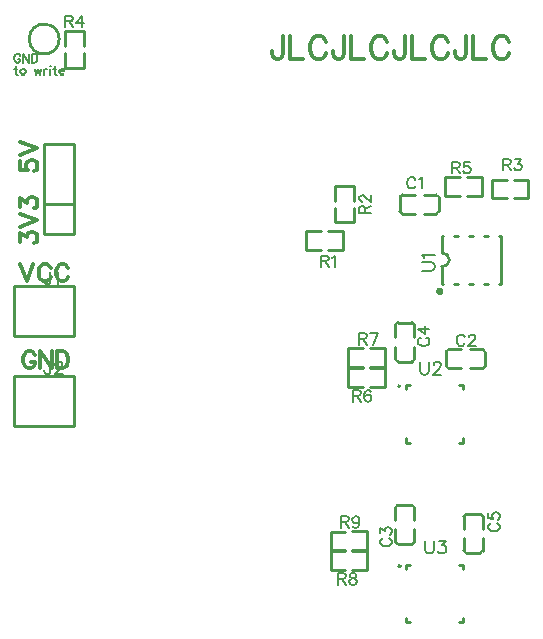
<source format=gto>
G04 Layer: TopSilkLayer*
G04 EasyEDA v6.3.22, 2020-01-25T23:38:18+00:00*
G04 9703bbce67ff49f59cf1a8212616356f,50f9dc15ed21485093dd89aa00421481,09*
G04 Gerber Generator version 0.2*
G04 Scale: 100 percent, Rotated: No, Reflected: No *
G04 Dimensions in inches *
G04 leading zeros omitted , absolute positions ,2 integer and 4 decimal *
%FSLAX24Y24*%
%MOIN*%
G90*
G70D02*

%ADD10C,0.010000*%
%ADD13C,0.006000*%
%ADD33C,0.011810*%
%ADD34C,0.005910*%

%LPD*%
G54D10*
G01X303Y14452D02*
G01X2296Y14452D01*
G01X2296Y14452D02*
G01X2296Y12760D01*
G01X303Y14452D02*
G01X303Y12760D01*
G01X303Y12760D02*
G01X2296Y12760D01*
G01X303Y11452D02*
G01X2296Y11452D01*
G01X2296Y11452D02*
G01X2296Y9760D01*
G01X303Y11452D02*
G01X303Y9760D01*
G01X303Y9760D02*
G01X2296Y9760D01*
G01X303Y14452D02*
G01X2296Y14452D01*
G01X2296Y14452D02*
G01X2296Y12760D01*
G01X303Y14452D02*
G01X303Y12760D01*
G01X303Y12760D02*
G01X2296Y12760D01*
G01X303Y11452D02*
G01X2296Y11452D01*
G01X2296Y11452D02*
G01X2296Y9760D01*
G01X303Y11452D02*
G01X303Y9760D01*
G01X303Y9760D02*
G01X2296Y9760D01*
G01X13350Y3227D02*
G01X13350Y3377D01*
G01X13500Y3227D02*
G01X13350Y3227D01*
G01X15269Y3227D02*
G01X15119Y3227D01*
G01X15269Y3377D02*
G01X15269Y3227D01*
G01X15269Y5147D02*
G01X15269Y4997D01*
G01X15119Y5147D02*
G01X15269Y5147D01*
G01X13350Y5147D02*
G01X13500Y5147D01*
G01X13350Y4997D02*
G01X13350Y5147D01*
G01X13340Y9217D02*
G01X13340Y9367D01*
G01X13490Y9217D02*
G01X13340Y9217D01*
G01X15260Y9217D02*
G01X15110Y9217D01*
G01X15260Y9367D02*
G01X15260Y9217D01*
G01X15260Y11137D02*
G01X15260Y10987D01*
G01X15110Y11137D02*
G01X15260Y11137D01*
G01X13340Y11137D02*
G01X13490Y11137D01*
G01X13340Y10987D02*
G01X13340Y11137D01*
G01X14449Y17401D02*
G01X14449Y16929D01*
G01X13642Y17480D02*
G01X13248Y17480D01*
G01X13642Y16850D02*
G01X13248Y16850D01*
G01X13957Y17480D02*
G01X14351Y17480D01*
G01X13957Y16850D02*
G01X14351Y16850D01*
G01X13150Y17401D02*
G01X13150Y16929D01*
G01X13229Y17480D02*
G01X13248Y17480D01*
G01X13229Y16850D02*
G01X13248Y16850D01*
G01X14370Y17480D02*
G01X14351Y17480D01*
G01X14370Y16850D02*
G01X14351Y16850D01*
G01X1995Y21715D02*
G01X2624Y21715D01*
G01X2622Y22443D02*
G01X2622Y22936D01*
G01X1993Y22443D02*
G01X1993Y22936D01*
G01X2624Y22207D02*
G01X2624Y21715D01*
G01X1995Y22207D02*
G01X1995Y21715D01*
G01X1993Y22936D02*
G01X2622Y22936D01*
G01X16215Y17984D02*
G01X16215Y17354D01*
G01X16943Y17356D02*
G01X17435Y17356D01*
G01X16943Y17986D02*
G01X17435Y17986D01*
G01X16707Y17354D02*
G01X16215Y17354D01*
G01X16707Y17984D02*
G01X16215Y17984D01*
G01X17435Y17986D02*
G01X17435Y17356D01*
G01X15880Y17432D02*
G01X15880Y18062D01*
G01X15151Y18060D02*
G01X14659Y18060D01*
G01X15151Y17430D02*
G01X14659Y17430D01*
G01X15388Y18062D02*
G01X15880Y18062D01*
G01X15388Y17432D02*
G01X15880Y17432D01*
G01X14659Y17430D02*
G01X14659Y18060D01*
G01X11250Y15640D02*
G01X11250Y16270D01*
G01X10521Y16268D02*
G01X10029Y16268D01*
G01X10521Y15638D02*
G01X10029Y15638D01*
G01X10758Y16270D02*
G01X11250Y16270D01*
G01X10758Y15640D02*
G01X11250Y15640D01*
G01X10029Y15638D02*
G01X10029Y16268D01*
G01X10985Y16555D02*
G01X11614Y16555D01*
G01X11612Y17283D02*
G01X11612Y17776D01*
G01X10983Y17283D02*
G01X10983Y17776D01*
G01X11614Y17047D02*
G01X11614Y16555D01*
G01X10985Y17047D02*
G01X10985Y16555D01*
G01X10983Y17776D02*
G01X11612Y17776D01*
G01X1300Y16165D02*
G01X1300Y17165D01*
G01X2300Y17165D01*
G01X2300Y16165D01*
G01X1300Y16165D01*
G01X1300Y17165D02*
G01X1300Y19165D01*
G01X2300Y19165D01*
G01X2300Y17165D01*
G01X13083Y13216D02*
G01X13556Y13216D01*
G01X13005Y12409D02*
G01X13005Y12016D01*
G01X13634Y12409D02*
G01X13634Y12016D01*
G01X13005Y12724D02*
G01X13005Y13118D01*
G01X13634Y12724D02*
G01X13634Y13118D01*
G01X13083Y11917D02*
G01X13556Y11917D01*
G01X13005Y11996D02*
G01X13005Y12016D01*
G01X13634Y11996D02*
G01X13634Y12016D01*
G01X13005Y13138D02*
G01X13005Y13118D01*
G01X13634Y13138D02*
G01X13634Y13118D01*
G01X15363Y6836D02*
G01X15836Y6836D01*
G01X15285Y6029D02*
G01X15285Y5636D01*
G01X15914Y6029D02*
G01X15914Y5636D01*
G01X15285Y6344D02*
G01X15285Y6738D01*
G01X15914Y6344D02*
G01X15914Y6738D01*
G01X15363Y5537D02*
G01X15836Y5537D01*
G01X15285Y5616D02*
G01X15285Y5636D01*
G01X15914Y5616D02*
G01X15914Y5636D01*
G01X15285Y6758D02*
G01X15285Y6738D01*
G01X15914Y6758D02*
G01X15914Y6738D01*
G01X12060Y4962D02*
G01X12060Y5592D01*
G01X11331Y5590D02*
G01X10839Y5590D01*
G01X11331Y4960D02*
G01X10839Y4960D01*
G01X11568Y5592D02*
G01X12060Y5592D01*
G01X11568Y4962D02*
G01X12060Y4962D01*
G01X10839Y4960D02*
G01X10839Y5590D01*
G01X10839Y6252D02*
G01X10839Y5622D01*
G01X11568Y5624D02*
G01X12060Y5624D01*
G01X11568Y6254D02*
G01X12060Y6254D01*
G01X11331Y5622D02*
G01X10839Y5622D01*
G01X11331Y6252D02*
G01X10839Y6252D01*
G01X12060Y6254D02*
G01X12060Y5624D01*
G01X11419Y11692D02*
G01X11419Y11062D01*
G01X12148Y11064D02*
G01X12640Y11064D01*
G01X12148Y11694D02*
G01X12640Y11694D01*
G01X11911Y11062D02*
G01X11419Y11062D01*
G01X11911Y11692D02*
G01X11419Y11692D01*
G01X12640Y11694D02*
G01X12640Y11064D01*
G01X12639Y11732D02*
G01X12639Y12362D01*
G01X11910Y12360D02*
G01X11418Y12360D01*
G01X11910Y11730D02*
G01X11418Y11730D01*
G01X12147Y12362D02*
G01X12639Y12362D01*
G01X12147Y11732D02*
G01X12639Y11732D01*
G01X11418Y11730D02*
G01X11418Y12360D01*
G01X14690Y11769D02*
G01X14690Y12241D01*
G01X15497Y11690D02*
G01X15891Y11690D01*
G01X15497Y12320D02*
G01X15891Y12320D01*
G01X15182Y11690D02*
G01X14788Y11690D01*
G01X15182Y12320D02*
G01X14788Y12320D01*
G01X15989Y11769D02*
G01X15989Y12241D01*
G01X15910Y11690D02*
G01X15891Y11690D01*
G01X15910Y12320D02*
G01X15891Y12320D01*
G01X14769Y11690D02*
G01X14788Y11690D01*
G01X14769Y12320D02*
G01X14788Y12320D01*
G01X13083Y7136D02*
G01X13556Y7136D01*
G01X13005Y6329D02*
G01X13005Y5936D01*
G01X13634Y6329D02*
G01X13634Y5936D01*
G01X13005Y6644D02*
G01X13005Y7038D01*
G01X13634Y6644D02*
G01X13634Y7038D01*
G01X13083Y5837D02*
G01X13556Y5837D01*
G01X13005Y5916D02*
G01X13005Y5936D01*
G01X13634Y5916D02*
G01X13634Y5936D01*
G01X13005Y7058D02*
G01X13005Y7038D01*
G01X13634Y7058D02*
G01X13634Y7038D01*
G01X14545Y14518D02*
G01X14602Y14518D01*
G01X14957Y14518D02*
G01X15102Y14518D01*
G01X14545Y16092D02*
G01X14602Y16092D01*
G01X14957Y16092D02*
G01X15102Y16092D01*
G01X15457Y16092D02*
G01X15602Y16092D01*
G01X15957Y16092D02*
G01X16102Y16092D01*
G01X14545Y15077D02*
G01X14545Y14518D01*
G01X15457Y14518D02*
G01X15602Y14518D01*
G01X15957Y14518D02*
G01X16102Y14518D01*
G01X16457Y14518D02*
G01X16514Y14518D01*
G01X14545Y16092D02*
G01X14545Y15541D01*
G01X16514Y16092D02*
G01X16514Y14518D01*
G01X16457Y16092D02*
G01X16514Y16092D01*
G54D33*
G01X9258Y22760D02*
G01X9258Y22187D01*
G01X9222Y22080D01*
G01X9186Y22044D01*
G01X9114Y22008D01*
G01X9043Y22008D01*
G01X8971Y22044D01*
G01X8935Y22080D01*
G01X8900Y22187D01*
G01X8900Y22258D01*
G01X9494Y22760D02*
G01X9494Y22008D01*
G01X9494Y22008D02*
G01X9923Y22008D01*
G01X10696Y22581D02*
G01X10661Y22652D01*
G01X10589Y22724D01*
G01X10517Y22760D01*
G01X10374Y22760D01*
G01X10303Y22724D01*
G01X10231Y22652D01*
G01X10195Y22581D01*
G01X10160Y22473D01*
G01X10160Y22294D01*
G01X10195Y22187D01*
G01X10231Y22115D01*
G01X10303Y22044D01*
G01X10374Y22008D01*
G01X10517Y22008D01*
G01X10589Y22044D01*
G01X10661Y22115D01*
G01X10696Y22187D01*
G01X11291Y22760D02*
G01X11291Y22187D01*
G01X11255Y22080D01*
G01X11219Y22044D01*
G01X11147Y22008D01*
G01X11076Y22008D01*
G01X11004Y22044D01*
G01X10968Y22080D01*
G01X10933Y22187D01*
G01X10933Y22258D01*
G01X11527Y22760D02*
G01X11527Y22008D01*
G01X11527Y22008D02*
G01X11956Y22008D01*
G01X12729Y22581D02*
G01X12694Y22652D01*
G01X12622Y22724D01*
G01X12550Y22760D01*
G01X12407Y22760D01*
G01X12336Y22724D01*
G01X12264Y22652D01*
G01X12228Y22581D01*
G01X12192Y22473D01*
G01X12192Y22294D01*
G01X12228Y22187D01*
G01X12264Y22115D01*
G01X12336Y22044D01*
G01X12407Y22008D01*
G01X12550Y22008D01*
G01X12622Y22044D01*
G01X12694Y22115D01*
G01X12729Y22187D01*
G01X13323Y22760D02*
G01X13323Y22187D01*
G01X13288Y22080D01*
G01X13252Y22044D01*
G01X13180Y22008D01*
G01X13109Y22008D01*
G01X13037Y22044D01*
G01X13001Y22080D01*
G01X12966Y22187D01*
G01X12966Y22258D01*
G01X13560Y22760D02*
G01X13560Y22008D01*
G01X13560Y22008D02*
G01X13989Y22008D01*
G01X14762Y22581D02*
G01X14726Y22652D01*
G01X14655Y22724D01*
G01X14583Y22760D01*
G01X14440Y22760D01*
G01X14369Y22724D01*
G01X14297Y22652D01*
G01X14261Y22581D01*
G01X14225Y22473D01*
G01X14225Y22294D01*
G01X14261Y22187D01*
G01X14297Y22115D01*
G01X14369Y22044D01*
G01X14440Y22008D01*
G01X14583Y22008D01*
G01X14655Y22044D01*
G01X14726Y22115D01*
G01X14762Y22187D01*
G01X15356Y22760D02*
G01X15356Y22187D01*
G01X15321Y22080D01*
G01X15285Y22044D01*
G01X15213Y22008D01*
G01X15142Y22008D01*
G01X15070Y22044D01*
G01X15034Y22080D01*
G01X14998Y22187D01*
G01X14998Y22258D01*
G01X15593Y22760D02*
G01X15593Y22008D01*
G01X15593Y22008D02*
G01X16022Y22008D01*
G01X16795Y22581D02*
G01X16759Y22652D01*
G01X16688Y22724D01*
G01X16616Y22760D01*
G01X16473Y22760D01*
G01X16401Y22724D01*
G01X16330Y22652D01*
G01X16294Y22581D01*
G01X16258Y22473D01*
G01X16258Y22294D01*
G01X16294Y22187D01*
G01X16330Y22115D01*
G01X16401Y22044D01*
G01X16473Y22008D01*
G01X16616Y22008D01*
G01X16688Y22044D01*
G01X16759Y22115D01*
G01X16795Y22187D01*
G01X989Y12131D02*
G01X961Y12184D01*
G01X909Y12238D01*
G01X855Y12265D01*
G01X748Y12265D01*
G01X694Y12238D01*
G01X640Y12184D01*
G01X613Y12131D01*
G01X587Y12050D01*
G01X587Y11916D01*
G01X613Y11836D01*
G01X640Y11782D01*
G01X694Y11728D01*
G01X748Y11701D01*
G01X855Y11701D01*
G01X909Y11728D01*
G01X961Y11782D01*
G01X989Y11836D01*
G01X989Y11916D01*
G01X855Y11916D02*
G01X989Y11916D01*
G01X1166Y12265D02*
G01X1166Y11701D01*
G01X1166Y12265D02*
G01X1542Y11701D01*
G01X1542Y12265D02*
G01X1542Y11701D01*
G01X1719Y12265D02*
G01X1719Y11701D01*
G01X1719Y12265D02*
G01X1907Y12265D01*
G01X1988Y12238D01*
G01X2041Y12184D01*
G01X2068Y12131D01*
G01X2095Y12050D01*
G01X2095Y11916D01*
G01X2068Y11836D01*
G01X2041Y11782D01*
G01X1988Y11728D01*
G01X1907Y11701D01*
G01X1719Y11701D01*
G01X500Y15161D02*
G01X714Y14597D01*
G01X929Y15161D02*
G01X714Y14597D01*
G01X1509Y15027D02*
G01X1482Y15080D01*
G01X1428Y15134D01*
G01X1375Y15161D01*
G01X1267Y15161D01*
G01X1214Y15134D01*
G01X1160Y15080D01*
G01X1133Y15027D01*
G01X1106Y14946D01*
G01X1106Y14812D01*
G01X1133Y14732D01*
G01X1160Y14678D01*
G01X1214Y14624D01*
G01X1267Y14597D01*
G01X1375Y14597D01*
G01X1428Y14624D01*
G01X1482Y14678D01*
G01X1509Y14732D01*
G01X2089Y15027D02*
G01X2062Y15080D01*
G01X2008Y15134D01*
G01X1954Y15161D01*
G01X1847Y15161D01*
G01X1793Y15134D01*
G01X1740Y15080D01*
G01X1713Y15027D01*
G01X1686Y14946D01*
G01X1686Y14812D01*
G01X1713Y14732D01*
G01X1740Y14678D01*
G01X1793Y14624D01*
G01X1847Y14597D01*
G01X1954Y14597D01*
G01X2008Y14624D01*
G01X2062Y14678D01*
G01X2089Y14732D01*
G01X504Y15919D02*
G01X504Y16214D01*
G01X718Y16053D01*
G01X718Y16134D01*
G01X745Y16187D01*
G01X772Y16214D01*
G01X853Y16241D01*
G01X906Y16241D01*
G01X987Y16214D01*
G01X1041Y16161D01*
G01X1067Y16080D01*
G01X1067Y16000D01*
G01X1041Y15919D01*
G01X1014Y15892D01*
G01X960Y15865D01*
G01X504Y16418D02*
G01X1067Y16633D01*
G01X504Y16848D02*
G01X1067Y16633D01*
G01X504Y17079D02*
G01X504Y17374D01*
G01X718Y17213D01*
G01X718Y17293D01*
G01X745Y17347D01*
G01X772Y17374D01*
G01X853Y17401D01*
G01X906Y17401D01*
G01X987Y17374D01*
G01X1041Y17320D01*
G01X1067Y17240D01*
G01X1067Y17159D01*
G01X1041Y17079D01*
G01X1014Y17052D01*
G01X960Y17025D01*
G01X504Y18587D02*
G01X504Y18319D01*
G01X745Y18292D01*
G01X718Y18319D01*
G01X691Y18400D01*
G01X691Y18480D01*
G01X718Y18561D01*
G01X772Y18614D01*
G01X852Y18641D01*
G01X906Y18641D01*
G01X987Y18614D01*
G01X1040Y18561D01*
G01X1067Y18480D01*
G01X1067Y18400D01*
G01X1040Y18319D01*
G01X1014Y18292D01*
G01X960Y18265D01*
G01X504Y18818D02*
G01X1067Y19033D01*
G01X504Y19248D02*
G01X1067Y19033D01*
G54D13*
G01X505Y22100D02*
G01X491Y22127D01*
G01X463Y22154D01*
G01X436Y22168D01*
G01X382Y22168D01*
G01X355Y22154D01*
G01X327Y22127D01*
G01X314Y22100D01*
G01X300Y22059D01*
G01X300Y21990D01*
G01X314Y21950D01*
G01X327Y21922D01*
G01X355Y21895D01*
G01X382Y21881D01*
G01X436Y21881D01*
G01X463Y21895D01*
G01X491Y21922D01*
G01X505Y21950D01*
G01X505Y21990D01*
G01X436Y21990D02*
G01X505Y21990D01*
G01X595Y22168D02*
G01X595Y21881D01*
G01X595Y22168D02*
G01X785Y21881D01*
G01X785Y22168D02*
G01X785Y21881D01*
G01X875Y22168D02*
G01X875Y21881D01*
G01X875Y22168D02*
G01X971Y22168D01*
G01X1011Y22154D01*
G01X1039Y22127D01*
G01X1053Y22100D01*
G01X1066Y22059D01*
G01X1066Y21990D01*
G01X1053Y21950D01*
G01X1039Y21922D01*
G01X1011Y21895D01*
G01X971Y21881D01*
G01X875Y21881D01*
G01X341Y21768D02*
G01X341Y21536D01*
G01X355Y21495D01*
G01X382Y21481D01*
G01X409Y21481D01*
G01X300Y21672D02*
G01X395Y21672D01*
G01X567Y21672D02*
G01X540Y21659D01*
G01X513Y21631D01*
G01X499Y21590D01*
G01X499Y21563D01*
G01X513Y21522D01*
G01X540Y21495D01*
G01X567Y21481D01*
G01X608Y21481D01*
G01X635Y21495D01*
G01X663Y21522D01*
G01X676Y21563D01*
G01X676Y21590D01*
G01X663Y21631D01*
G01X635Y21659D01*
G01X608Y21672D01*
G01X567Y21672D01*
G01X976Y21672D02*
G01X1031Y21481D01*
G01X1085Y21672D02*
G01X1031Y21481D01*
G01X1085Y21672D02*
G01X1140Y21481D01*
G01X1195Y21672D02*
G01X1140Y21481D01*
G01X1285Y21672D02*
G01X1285Y21481D01*
G01X1285Y21590D02*
G01X1298Y21631D01*
G01X1325Y21659D01*
G01X1353Y21672D01*
G01X1394Y21672D01*
G01X1484Y21768D02*
G01X1497Y21754D01*
G01X1511Y21768D01*
G01X1497Y21781D01*
G01X1484Y21768D01*
G01X1497Y21672D02*
G01X1497Y21481D01*
G01X1642Y21768D02*
G01X1642Y21536D01*
G01X1655Y21495D01*
G01X1682Y21481D01*
G01X1710Y21481D01*
G01X1601Y21672D02*
G01X1696Y21672D01*
G01X1800Y21590D02*
G01X1964Y21590D01*
G01X1964Y21618D01*
G01X1950Y21645D01*
G01X1936Y21659D01*
G01X1909Y21672D01*
G01X1868Y21672D01*
G01X1841Y21659D01*
G01X1814Y21631D01*
G01X1800Y21590D01*
G01X1800Y21563D01*
G01X1814Y21522D01*
G01X1841Y21495D01*
G01X1868Y21481D01*
G01X1909Y21481D01*
G01X1936Y21495D01*
G01X1964Y21522D01*
G01X1505Y14919D02*
G01X1505Y14592D01*
G01X1484Y14530D01*
G01X1464Y14510D01*
G01X1423Y14490D01*
G01X1382Y14490D01*
G01X1341Y14510D01*
G01X1320Y14530D01*
G01X1300Y14592D01*
G01X1300Y14633D01*
G01X1639Y14837D02*
G01X1680Y14858D01*
G01X1742Y14919D01*
G01X1742Y14490D01*
G01X1505Y11919D02*
G01X1505Y11592D01*
G01X1484Y11530D01*
G01X1464Y11510D01*
G01X1423Y11490D01*
G01X1382Y11490D01*
G01X1341Y11510D01*
G01X1320Y11530D01*
G01X1300Y11592D01*
G01X1300Y11633D01*
G01X1660Y11817D02*
G01X1660Y11837D01*
G01X1680Y11878D01*
G01X1701Y11899D01*
G01X1742Y11919D01*
G01X1823Y11919D01*
G01X1864Y11899D01*
G01X1885Y11878D01*
G01X1905Y11837D01*
G01X1905Y11796D01*
G01X1885Y11755D01*
G01X1844Y11694D01*
G01X1639Y11490D01*
G01X1926Y11490D01*
G01X13988Y5951D02*
G01X13988Y5644D01*
G01X14009Y5583D01*
G01X14050Y5542D01*
G01X14111Y5522D01*
G01X14152Y5522D01*
G01X14213Y5542D01*
G01X14254Y5583D01*
G01X14275Y5644D01*
G01X14275Y5951D01*
G01X14451Y5951D02*
G01X14676Y5951D01*
G01X14553Y5787D01*
G01X14613Y5787D01*
G01X14655Y5767D01*
G01X14676Y5747D01*
G01X14696Y5685D01*
G01X14696Y5644D01*
G01X14676Y5583D01*
G01X14635Y5542D01*
G01X14572Y5522D01*
G01X14512Y5522D01*
G01X14451Y5542D01*
G01X14430Y5562D01*
G01X14410Y5603D01*
G01X13830Y11909D02*
G01X13830Y11603D01*
G01X13850Y11541D01*
G01X13891Y11500D01*
G01X13953Y11480D01*
G01X13994Y11480D01*
G01X14055Y11500D01*
G01X14096Y11541D01*
G01X14116Y11603D01*
G01X14116Y11909D01*
G01X14272Y11807D02*
G01X14272Y11828D01*
G01X14291Y11869D01*
G01X14313Y11889D01*
G01X14354Y11909D01*
G01X14435Y11909D01*
G01X14476Y11889D01*
G01X14497Y11869D01*
G01X14516Y11828D01*
G01X14516Y11787D01*
G01X14497Y11746D01*
G01X14456Y11684D01*
G01X14251Y11480D01*
G01X14538Y11480D01*
G54D34*
G01X13668Y17973D02*
G01X13650Y18009D01*
G01X13614Y18044D01*
G01X13578Y18062D01*
G01X13507Y18062D01*
G01X13471Y18044D01*
G01X13435Y18009D01*
G01X13417Y17973D01*
G01X13399Y17919D01*
G01X13399Y17830D01*
G01X13417Y17776D01*
G01X13435Y17740D01*
G01X13471Y17704D01*
G01X13507Y17687D01*
G01X13578Y17687D01*
G01X13614Y17704D01*
G01X13650Y17740D01*
G01X13668Y17776D01*
G01X13786Y17991D02*
G01X13822Y18009D01*
G01X13875Y18062D01*
G01X13875Y17687D01*
G01X1999Y23440D02*
G01X1999Y23065D01*
G01X1999Y23440D02*
G01X2160Y23440D01*
G01X2214Y23422D01*
G01X2232Y23405D01*
G01X2250Y23369D01*
G01X2250Y23333D01*
G01X2232Y23297D01*
G01X2214Y23279D01*
G01X2160Y23261D01*
G01X1999Y23261D01*
G01X2125Y23261D02*
G01X2250Y23065D01*
G01X2547Y23440D02*
G01X2368Y23190D01*
G01X2636Y23190D01*
G01X2547Y23440D02*
G01X2547Y23065D01*
G01X16599Y18662D02*
G01X16599Y18287D01*
G01X16599Y18662D02*
G01X16760Y18662D01*
G01X16814Y18644D01*
G01X16832Y18627D01*
G01X16850Y18591D01*
G01X16850Y18555D01*
G01X16832Y18519D01*
G01X16814Y18501D01*
G01X16760Y18483D01*
G01X16599Y18483D01*
G01X16725Y18483D02*
G01X16850Y18287D01*
G01X17004Y18662D02*
G01X17201Y18662D01*
G01X17093Y18519D01*
G01X17147Y18519D01*
G01X17183Y18501D01*
G01X17201Y18483D01*
G01X17218Y18430D01*
G01X17218Y18394D01*
G01X17201Y18340D01*
G01X17165Y18304D01*
G01X17111Y18287D01*
G01X17057Y18287D01*
G01X17004Y18304D01*
G01X16986Y18322D01*
G01X16968Y18358D01*
G01X14899Y18562D02*
G01X14899Y18187D01*
G01X14899Y18562D02*
G01X15060Y18562D01*
G01X15114Y18544D01*
G01X15132Y18527D01*
G01X15150Y18491D01*
G01X15150Y18455D01*
G01X15132Y18419D01*
G01X15114Y18401D01*
G01X15060Y18383D01*
G01X14899Y18383D01*
G01X15025Y18383D02*
G01X15150Y18187D01*
G01X15483Y18562D02*
G01X15304Y18562D01*
G01X15286Y18401D01*
G01X15304Y18419D01*
G01X15357Y18437D01*
G01X15411Y18437D01*
G01X15465Y18419D01*
G01X15501Y18383D01*
G01X15518Y18330D01*
G01X15518Y18294D01*
G01X15501Y18240D01*
G01X15465Y18204D01*
G01X15411Y18187D01*
G01X15357Y18187D01*
G01X15304Y18204D01*
G01X15286Y18222D01*
G01X15268Y18258D01*
G01X10530Y15450D02*
G01X10530Y15074D01*
G01X10530Y15450D02*
G01X10691Y15450D01*
G01X10745Y15432D01*
G01X10763Y15414D01*
G01X10781Y15379D01*
G01X10781Y15343D01*
G01X10763Y15307D01*
G01X10745Y15289D01*
G01X10691Y15271D01*
G01X10530Y15271D01*
G01X10655Y15271D02*
G01X10781Y15074D01*
G01X10899Y15379D02*
G01X10934Y15397D01*
G01X10988Y15450D01*
G01X10988Y15074D01*
G01X11803Y16865D02*
G01X12179Y16865D01*
G01X11803Y16865D02*
G01X11803Y17026D01*
G01X11821Y17080D01*
G01X11839Y17098D01*
G01X11874Y17116D01*
G01X11910Y17116D01*
G01X11946Y17098D01*
G01X11964Y17080D01*
G01X11982Y17026D01*
G01X11982Y16865D01*
G01X11982Y16990D02*
G01X12179Y17116D01*
G01X11892Y17252D02*
G01X11874Y17252D01*
G01X11839Y17269D01*
G01X11821Y17287D01*
G01X11803Y17323D01*
G01X11803Y17395D01*
G01X11821Y17430D01*
G01X11839Y17448D01*
G01X11874Y17466D01*
G01X11910Y17466D01*
G01X11946Y17448D01*
G01X12000Y17413D01*
G01X12179Y17234D01*
G01X12179Y17484D01*
G01X13841Y12713D02*
G01X13806Y12696D01*
G01X13771Y12660D01*
G01X13753Y12624D01*
G01X13753Y12552D01*
G01X13771Y12517D01*
G01X13806Y12481D01*
G01X13841Y12463D01*
G01X13896Y12445D01*
G01X13985Y12445D01*
G01X14038Y12463D01*
G01X14075Y12481D01*
G01X14111Y12517D01*
G01X14129Y12552D01*
G01X14129Y12624D01*
G01X14111Y12660D01*
G01X14075Y12696D01*
G01X14038Y12713D01*
G01X13753Y13010D02*
G01X14003Y12832D01*
G01X14003Y13100D01*
G01X13753Y13010D02*
G01X14129Y13010D01*
G01X16192Y6534D02*
G01X16156Y6516D01*
G01X16121Y6480D01*
G01X16103Y6444D01*
G01X16103Y6373D01*
G01X16121Y6337D01*
G01X16156Y6301D01*
G01X16192Y6283D01*
G01X16246Y6265D01*
G01X16335Y6265D01*
G01X16389Y6283D01*
G01X16425Y6301D01*
G01X16461Y6337D01*
G01X16478Y6373D01*
G01X16478Y6444D01*
G01X16461Y6480D01*
G01X16425Y6516D01*
G01X16389Y6534D01*
G01X16103Y6866D02*
G01X16103Y6688D01*
G01X16264Y6670D01*
G01X16246Y6688D01*
G01X16228Y6741D01*
G01X16228Y6795D01*
G01X16246Y6849D01*
G01X16282Y6884D01*
G01X16335Y6902D01*
G01X16371Y6902D01*
G01X16425Y6884D01*
G01X16461Y6849D01*
G01X16478Y6795D01*
G01X16478Y6741D01*
G01X16461Y6688D01*
G01X16443Y6670D01*
G01X16407Y6652D01*
G01X11100Y4862D02*
G01X11100Y4486D01*
G01X11100Y4862D02*
G01X11261Y4862D01*
G01X11315Y4844D01*
G01X11333Y4826D01*
G01X11351Y4791D01*
G01X11351Y4755D01*
G01X11333Y4719D01*
G01X11315Y4701D01*
G01X11261Y4683D01*
G01X11100Y4683D01*
G01X11225Y4683D02*
G01X11351Y4486D01*
G01X11558Y4862D02*
G01X11504Y4844D01*
G01X11487Y4809D01*
G01X11487Y4773D01*
G01X11504Y4737D01*
G01X11540Y4719D01*
G01X11612Y4701D01*
G01X11665Y4683D01*
G01X11701Y4648D01*
G01X11719Y4612D01*
G01X11719Y4558D01*
G01X11701Y4522D01*
G01X11683Y4504D01*
G01X11630Y4486D01*
G01X11558Y4486D01*
G01X11504Y4504D01*
G01X11487Y4522D01*
G01X11469Y4558D01*
G01X11469Y4612D01*
G01X11487Y4648D01*
G01X11522Y4683D01*
G01X11576Y4701D01*
G01X11648Y4719D01*
G01X11683Y4737D01*
G01X11701Y4773D01*
G01X11701Y4809D01*
G01X11683Y4844D01*
G01X11630Y4862D01*
G01X11558Y4862D01*
G01X11200Y6762D02*
G01X11200Y6386D01*
G01X11200Y6762D02*
G01X11361Y6762D01*
G01X11415Y6744D01*
G01X11433Y6726D01*
G01X11451Y6691D01*
G01X11451Y6655D01*
G01X11433Y6619D01*
G01X11415Y6601D01*
G01X11361Y6583D01*
G01X11200Y6583D01*
G01X11325Y6583D02*
G01X11451Y6386D01*
G01X11801Y6637D02*
G01X11783Y6583D01*
G01X11748Y6548D01*
G01X11694Y6530D01*
G01X11676Y6530D01*
G01X11622Y6548D01*
G01X11587Y6583D01*
G01X11569Y6637D01*
G01X11569Y6655D01*
G01X11587Y6709D01*
G01X11622Y6744D01*
G01X11676Y6762D01*
G01X11694Y6762D01*
G01X11748Y6744D01*
G01X11783Y6709D01*
G01X11801Y6637D01*
G01X11801Y6548D01*
G01X11783Y6458D01*
G01X11748Y6404D01*
G01X11694Y6386D01*
G01X11658Y6386D01*
G01X11604Y6404D01*
G01X11587Y6440D01*
G01X11600Y10962D02*
G01X11600Y10586D01*
G01X11600Y10962D02*
G01X11761Y10962D01*
G01X11815Y10944D01*
G01X11833Y10926D01*
G01X11851Y10891D01*
G01X11851Y10855D01*
G01X11833Y10819D01*
G01X11815Y10801D01*
G01X11761Y10783D01*
G01X11600Y10783D01*
G01X11725Y10783D02*
G01X11851Y10586D01*
G01X12183Y10909D02*
G01X12165Y10944D01*
G01X12112Y10962D01*
G01X12076Y10962D01*
G01X12022Y10944D01*
G01X11987Y10891D01*
G01X11969Y10801D01*
G01X11969Y10712D01*
G01X11987Y10640D01*
G01X12022Y10604D01*
G01X12076Y10586D01*
G01X12094Y10586D01*
G01X12148Y10604D01*
G01X12183Y10640D01*
G01X12201Y10694D01*
G01X12201Y10712D01*
G01X12183Y10765D01*
G01X12148Y10801D01*
G01X12094Y10819D01*
G01X12076Y10819D01*
G01X12022Y10801D01*
G01X11987Y10765D01*
G01X11969Y10712D01*
G01X11800Y12862D02*
G01X11800Y12486D01*
G01X11800Y12862D02*
G01X11961Y12862D01*
G01X12015Y12844D01*
G01X12033Y12826D01*
G01X12051Y12791D01*
G01X12051Y12755D01*
G01X12033Y12719D01*
G01X12015Y12701D01*
G01X11961Y12683D01*
G01X11800Y12683D01*
G01X11925Y12683D02*
G01X12051Y12486D01*
G01X12419Y12862D02*
G01X12240Y12486D01*
G01X12169Y12862D02*
G01X12419Y12862D01*
G01X15308Y12721D02*
G01X15291Y12757D01*
G01X15255Y12792D01*
G01X15219Y12810D01*
G01X15147Y12810D01*
G01X15112Y12792D01*
G01X15076Y12757D01*
G01X15058Y12721D01*
G01X15040Y12667D01*
G01X15040Y12578D01*
G01X15058Y12524D01*
G01X15076Y12488D01*
G01X15112Y12452D01*
G01X15147Y12434D01*
G01X15219Y12434D01*
G01X15255Y12452D01*
G01X15291Y12488D01*
G01X15308Y12524D01*
G01X15444Y12721D02*
G01X15444Y12739D01*
G01X15462Y12774D01*
G01X15480Y12792D01*
G01X15516Y12810D01*
G01X15588Y12810D01*
G01X15622Y12792D01*
G01X15641Y12774D01*
G01X15659Y12739D01*
G01X15659Y12703D01*
G01X15641Y12667D01*
G01X15605Y12613D01*
G01X15427Y12434D01*
G01X15677Y12434D01*
G01X12592Y6033D02*
G01X12556Y6016D01*
G01X12521Y5980D01*
G01X12503Y5944D01*
G01X12503Y5872D01*
G01X12521Y5837D01*
G01X12556Y5801D01*
G01X12592Y5783D01*
G01X12646Y5765D01*
G01X12735Y5765D01*
G01X12789Y5783D01*
G01X12825Y5801D01*
G01X12861Y5837D01*
G01X12879Y5872D01*
G01X12879Y5944D01*
G01X12861Y5980D01*
G01X12825Y6016D01*
G01X12789Y6033D01*
G01X12503Y6187D02*
G01X12503Y6384D01*
G01X12646Y6277D01*
G01X12646Y6330D01*
G01X12664Y6366D01*
G01X12682Y6384D01*
G01X12735Y6402D01*
G01X12771Y6402D01*
G01X12825Y6384D01*
G01X12861Y6348D01*
G01X12879Y6295D01*
G01X12879Y6241D01*
G01X12861Y6187D01*
G01X12843Y6169D01*
G01X12807Y6152D01*
G54D13*
G01X13886Y14945D02*
G01X14192Y14945D01*
G01X14254Y14965D01*
G01X14295Y15006D01*
G01X14315Y15068D01*
G01X14315Y15109D01*
G01X14295Y15170D01*
G01X14254Y15211D01*
G01X14192Y15231D01*
G01X13886Y15231D01*
G01X13967Y15366D02*
G01X13947Y15407D01*
G01X13886Y15469D01*
G01X14315Y15469D01*
G54D10*
G75*
G01X13150Y17402D02*
G02X13229Y17481I79J0D01*
G01*
G75*
G01X13150Y16929D02*
G03X13229Y16851I79J0D01*
G01*
G75*
G01X14450Y17402D02*
G03X14371Y17481I-79J0D01*
G01*
G75*
G01X14450Y16929D02*
G02X14371Y16851I-79J0D01*
G01*
G75*
G01X13084Y11918D02*
G02X13005Y11996I0J78D01*
G01*
G75*
G01X13556Y11918D02*
G03X13635Y11996I0J78D01*
G01*
G75*
G01X13084Y13217D02*
G03X13005Y13138I0J-79D01*
G01*
G75*
G01X13556Y13217D02*
G02X13635Y13138I0J-79D01*
G01*
G75*
G01X15364Y5538D02*
G02X15285Y5616I0J78D01*
G01*
G75*
G01X15836Y5538D02*
G03X15915Y5616I0J78D01*
G01*
G75*
G01X15364Y6837D02*
G03X15285Y6758I0J-79D01*
G01*
G75*
G01X15836Y6837D02*
G02X15915Y6758I0J-79D01*
G01*
G75*
G01X15990Y11769D02*
G02X15911Y11691I-79J0D01*
G01*
G75*
G01X15990Y12242D02*
G03X15911Y12321I-79J0D01*
G01*
G75*
G01X14690Y11769D02*
G03X14769Y11691I79J0D01*
G01*
G75*
G01X14690Y12242D02*
G02X14769Y12321I79J0D01*
G01*
G75*
G01X13084Y5838D02*
G02X13005Y5916I0J78D01*
G01*
G75*
G01X13556Y5838D02*
G03X13635Y5916I0J78D01*
G01*
G75*
G01X13084Y7137D02*
G03X13005Y7058I0J-79D01*
G01*
G75*
G01X13556Y7137D02*
G02X13635Y7058I0J-79D01*
G01*
G75*
G01X14550Y15542D02*
G02X14550Y15077I17J-232D01*
G01*
G75*
G01X13170Y5107D02*
G03X13170Y5107I-30J0D01*
G01*
G75*
G01X13160Y11097D02*
G03X13160Y11097I-30J0D01*
G01*
G75*
G01X1795Y22669D02*
G03X1795Y22669I-500J0D01*
G01*
G75*
G01X14555Y14256D02*
G03X14555Y14256I-75J0D01*
G01*
M00*
M02*

</source>
